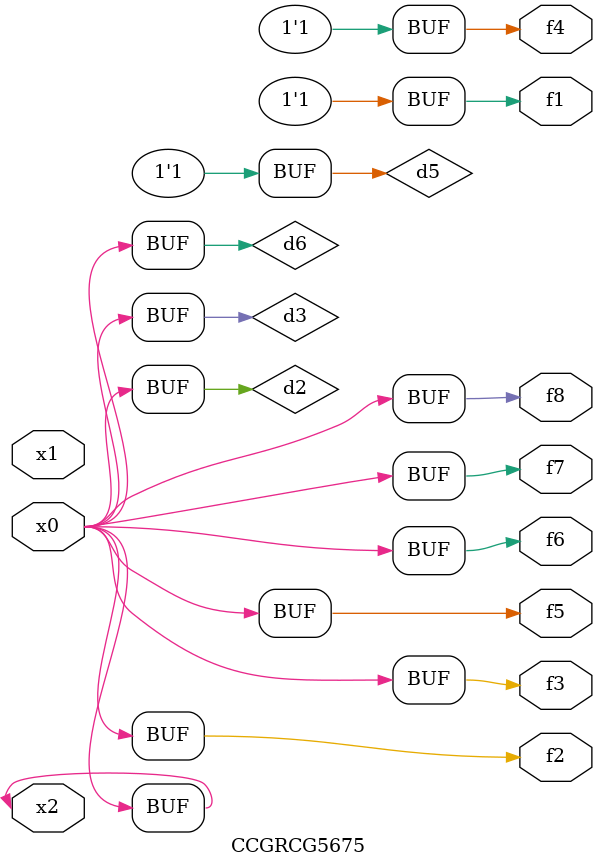
<source format=v>
module CCGRCG5675(
	input x0, x1, x2,
	output f1, f2, f3, f4, f5, f6, f7, f8
);

	wire d1, d2, d3, d4, d5, d6;

	xnor (d1, x2);
	buf (d2, x0, x2);
	and (d3, x0);
	xnor (d4, x1, x2);
	nand (d5, d1, d3);
	buf (d6, d2, d3);
	assign f1 = d5;
	assign f2 = d6;
	assign f3 = d6;
	assign f4 = d5;
	assign f5 = d6;
	assign f6 = d6;
	assign f7 = d6;
	assign f8 = d6;
endmodule

</source>
